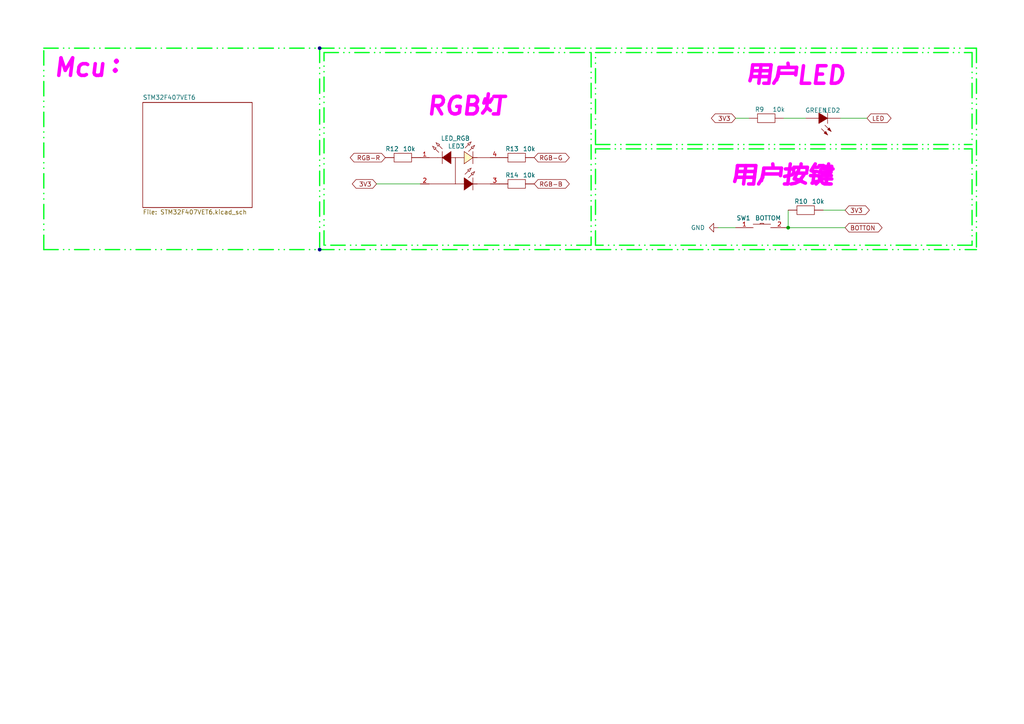
<source format=kicad_sch>
(kicad_sch (version 20231120) (generator "eeschema") (generator_version "8.0")
  (paper "A4")
  (title_block (title "MCU") (date "2025-01-24") (rev "Dennis_Re_Yoonjiho"))
  (lib_symbols
    (symbol "Ts_Foc_Vo符号库:BOTTOM" (pin_names (offset 1.016) hide)
      (property "Reference" "SW" (at -7.112 3.048 0))
      (property "Value" "BOTTOM" (at 2.794 3.048 0))
      (symbol "BOTTOM_1_1"
        (polyline (pts (xy -2.54 1.016) (xy 2.54 1.016)) (stroke (width 0.1524)))
        (polyline (pts (xy -0.508 1.016) (xy -0.508 1.27) (xy 0.508 1.27) (xy 0.508 1.016)) (stroke (width 0.1524)))
        (pin input line (at -7.62 0 0) (length 5.08) (name "1") (number "1"))
        (pin input line (at 7.62 0 180) (length 5.08) (name "2") (number "2"))
      )
    )
    (symbol "Ts_Foc_Vo符号库:LED" (pin_numbers hide) (pin_names (offset 1.016) hide)
      (property "Value" "LED" (at 3.302 0.254 0))
      (symbol "LED_1_1"
        (polyline (pts (xy -1.27 -0.508) (xy -1.27 -3.556)) (stroke (width 0.1524)))
        (polyline (pts (xy -0.508 0) (xy -2.286 1.778)) (stroke (width 0.1524)))
        (polyline (pts (xy 0.508 1.016) (xy -1.27 2.794)) (stroke (width 0.1524)))
        (polyline (pts (xy -2.286 1.778) (xy -1.27 1.27) (xy -1.778 0.762) (xy -2.286 1.778)) (stroke (width 0.1524)) (fill (type outline)))
        (polyline (pts (xy -1.27 2.794) (xy -0.254 2.286) (xy -0.762 1.778) (xy -1.27 2.794)) (stroke (width 0.1524)) (fill (type outline)))
        (polyline (pts (xy 1.27 -3.556) (xy -1.27 -2.032) (xy 1.27 -0.508) (xy 1.27 -3.556)) (stroke (width 0.1524)) (fill (type outline)))
        (pin input line (at -5.08 -2.032 0) (length 3.81) (name "K") (number "1"))
        (pin input line (at 5.08 -2.032 180) (length 3.81) (name "A") (number "2"))
      )
    )
    (symbol "Ts_Foc_Vo符号库:LED_RGB" (pin_names (offset 1.016) hide)
      (property "Reference" "LED" (at -2.032 5.334 0))
      (property "Value" "LED_RGB" (at -2.54 7.874 0))
      (symbol "LED_RGB_1_1"
        (polyline (pts (xy -7.62 2.54) (xy -10.16 2.54)) (stroke (width 0.1524)))
        (polyline (pts (xy -7.366 4.064) (xy -8.382 5.08)) (stroke (width 0.1524)) (fill (type outline)))
        (polyline (pts (xy -6.35 2.54) (xy -7.62 2.54)) (stroke (width 0.1524)))
        (polyline (pts (xy -6.35 4.318) (xy -6.35 0.762)) (stroke (width 0.1524)))
        (polyline (pts (xy -6.35 5.08) (xy -7.366 6.096)) (stroke (width 0.1524)) (fill (type outline)))
        (polyline (pts (xy -2.54 -5.08) (xy -10.16 -5.08)) (stroke (width 0.1524)))
        (polyline (pts (xy -2.54 2.54) (xy -3.81 2.54)) (stroke (width 0.1524)))
        (polyline (pts (xy -2.54 2.54) (xy 0 2.54)) (stroke (width 0.1524)))
        (polyline (pts (xy 0.254 -2.286) (xy 1.27 -1.27)) (stroke (width 0.1524)) (fill (type outline)))
        (polyline (pts (xy 0.254 5.334) (xy 1.27 6.35)) (stroke (width 0.1524)) (fill (type outline)))
        (polyline (pts (xy 1.27 -3.302) (xy 2.286 -2.286)) (stroke (width 0.1524)) (fill (type outline)))
        (polyline (pts (xy 1.27 4.318) (xy 2.286 5.334)) (stroke (width 0.1524)) (fill (type outline)))
        (polyline (pts (xy 2.54 -6.858) (xy 2.54 -3.302)) (stroke (width 0.1524)))
        (polyline (pts (xy 2.54 -5.08) (xy 3.81 -5.08)) (stroke (width 0.1524)))
        (polyline (pts (xy 2.54 -5.08) (xy 7.62 -5.08)) (stroke (width 0.1524)))
        (polyline (pts (xy 2.54 0.762) (xy 2.54 4.318)) (stroke (width 0.1524)))
        (polyline (pts (xy 2.54 2.54) (xy 3.81 2.54)) (stroke (width 0.1524)))
        (polyline (pts (xy 2.54 2.54) (xy 7.62 2.54)) (stroke (width 0.1524)))
        (polyline (pts (xy -2.54 2.54) (xy -2.54 -5.08) (xy 0 -5.08)) (stroke (width 0.1524)))
        (polyline (pts (xy -9.144 5.842) (xy -8.128 5.334) (xy -8.636 4.826) (xy -9.144 5.842)) (stroke (width 0.1524)))
        (polyline (pts (xy -8.128 6.858) (xy -7.112 6.35) (xy -7.62 5.842) (xy -8.128 6.858)) (stroke (width 0.1524)))
        (polyline (pts (xy -3.81 4.318) (xy -6.35 2.54) (xy -3.81 0.762) (xy -3.81 4.318)) (stroke (width 0.1524)) (fill (type outline)))
        (polyline (pts (xy 0 -6.858) (xy 2.54 -5.08) (xy 0 -3.302) (xy 0 -6.858)) (stroke (width 0.1524)) (fill (type outline)))
        (polyline (pts (xy 0 0.762) (xy 2.54 2.54) (xy 0 4.318) (xy 0 0.762)) (stroke (width 0.1524)) (fill (type background)))
        (polyline (pts (xy 2.032 -0.508) (xy 1.524 -1.524) (xy 1.016 -1.016) (xy 2.032 -0.508)) (stroke (width 0.1524)))
        (polyline (pts (xy 2.032 7.112) (xy 1.524 6.096) (xy 1.016 6.604) (xy 2.032 7.112)) (stroke (width 0.1524)))
        (polyline (pts (xy 3.048 -1.524) (xy 2.54 -2.54) (xy 2.032 -2.032) (xy 3.048 -1.524)) (stroke (width 0.1524)))
        (polyline (pts (xy 3.048 6.096) (xy 2.54 5.08) (xy 2.032 5.588) (xy 3.048 6.096)) (stroke (width 0.1524)))
        (pin input line (at -12.7 2.54 0) (length 2.54) (name "R-") (number "1"))
        (pin input line (at -12.7 -5.08 0) (length 2.54) (name "COM+") (number "2"))
        (pin input line (at 10.16 -5.08 180) (length 2.54) (name "B-") (number "3"))
        (pin input line (at 10.16 2.54 180) (length 2.54) (name "G-") (number "4"))
      )
    )
    (symbol "Ts_Foc_Vo符号库:RES" (pin_numbers hide) (pin_names (offset 1.016) hide)
      (property "Reference" "R" (at -2.286 2.032 0))
      (property "Value" "Value" (at 2.286 2.032 0))
      (symbol "RES_1_1"
        (rectangle (start -2.54 1.27) (end 2.54 -1.27) (stroke (width 0.1524)))
        (pin input line (at -5.08 0 0) (length 2.54) (name "1") (number "1"))
        (pin input line (at 5.08 0 180) (length 2.54) (name "2") (number "2"))
      )
    )
    (symbol "power:GND" (power) (pin_numbers hide) (pin_names (offset 0) hide)
      (property "Value" "GND" (at 0 -3.81 0))
      (symbol "GND_0_1"
        (polyline (pts (xy 0 0) (xy 0 -1.27) (xy 1.27 -1.27) (xy 0 -2.54) (xy -1.27 -1.27) (xy 0 -1.27)))
      )
      (symbol "GND_1_1"
        (pin power_in line (at 0 0 270) (length 0) (name "~") (number "1"))
      )
    )
  )
  (junction (at 92.71 13.97))
  (junction (at 92.71 72.39))
  (junction (at 228.6 66.04))
  (bus (pts (xy 283.21 13.97) (xy 283.21 72.39)) (stroke (width 0.381) (type dash_dot_dot) (color 0 255 30 1)))
  (bus (pts (xy 281.94 15.24) (xy 281.94 41.91)) (stroke (width 0.381) (type dash_dot_dot) (color 0 255 30 1)))
  (bus (pts (xy 171.45 71.12) (xy 93.98 71.12)) (stroke (width 0.381) (type dash_dot_dot) (color 0 255 30 1)))
  (bus (pts (xy 172.72 43.18) (xy 281.94 43.18)) (stroke (width 0.381) (type dash_dot_dot) (color 0 255 30 1)))
  (wire (pts (xy 227.33 34.29) (xy 233.68 34.29)))
  (bus (pts (xy 92.71 13.97) (xy 283.21 13.97)) (stroke (width 0.381) (type dash_dot_dot) (color 0 255 30 1)))
  (wire (pts (xy 251.46 34.29) (xy 243.84 34.29)))
  (bus (pts (xy 92.71 13.97) (xy 92.71 72.39)) (stroke (width 0.381) (type dash_dot_dot) (color 0 255 30 1)))
  (wire (pts (xy 228.6 66.04) (xy 245.11 66.04)))
  (wire (pts (xy 245.11 60.96) (xy 238.76 60.96)))
  (wire (pts (xy 228.6 66.04) (xy 228.6 60.96)))
  (bus (pts (xy 12.7 72.39) (xy 12.7 13.97)) (stroke (width 0.381) (type dash_dot_dot) (color 0 255 30 1)))
  (bus (pts (xy 92.71 72.39) (xy 283.21 72.39)) (stroke (width 0.381) (type dash_dot_dot) (color 0 255 30 1)))
  (bus (pts (xy 172.72 71.12) (xy 172.72 43.18)) (stroke (width 0.381) (type dash_dot_dot) (color 0 255 30 1)))
  (bus (pts (xy 172.72 41.91) (xy 281.94 41.91)) (stroke (width 0.381) (type dash_dot_dot) (color 0 255 30 1)))
  (wire (pts (xy 109.22 53.34) (xy 121.92 53.34)))
  (bus (pts (xy 93.98 15.24) (xy 171.45 15.24)) (stroke (width 0.381) (type dash_dot_dot) (color 0 255 30 1)))
  (bus (pts (xy 171.45 15.24) (xy 171.45 71.12)) (stroke (width 0.381) (type dash_dot_dot) (color 0 255 30 1)))
  (wire (pts (xy 213.36 34.29) (xy 217.17 34.29)))
  (bus (pts (xy 12.7 13.97) (xy 92.71 13.97)) (stroke (width 0.381) (type dash_dot_dot) (color 0 255 30 1)))
  (bus (pts (xy 12.7 72.39) (xy 92.71 72.39)) (stroke (width 0.381) (type dash_dot_dot) (color 0 255 30 1)))
  (bus (pts (xy 172.72 41.91) (xy 172.72 15.24)) (stroke (width 0.381) (type dash_dot_dot) (color 0 255 30 1)))
  (bus (pts (xy 172.72 15.24) (xy 281.94 15.24)) (stroke (width 0.381) (type dash_dot_dot) (color 0 255 30 1)))
  (bus (pts (xy 281.94 71.12) (xy 172.72 71.12)) (stroke (width 0.381) (type dash_dot_dot) (color 0 255 30 1)))
  (bus (pts (xy 93.98 71.12) (xy 93.98 15.24)) (stroke (width 0.381) (type dash_dot_dot) (color 0 255 30 1)))
  (bus (pts (xy 281.94 43.18) (xy 281.94 71.12)) (stroke (width 0.381) (type dash_dot_dot) (color 0 255 30 1)))
  (wire (pts (xy 208.28 66.04) (xy 213.36 66.04)))
  (text "用户按键" (exclude_from_sim yes) (at 226.822 51.308 0) (effects (font (size 5.08 5.08) (thickness 1.016) (bold yes) (italic yes))))
  (text "用户LED\n" (exclude_from_sim yes) (at 230.632 22.098 0) (effects (font (size 5.08 5.08) (thickness 1.016) (bold yes) (italic yes))))
  (text "Mcu：" (exclude_from_sim yes) (at 25.908 19.812 0) (effects (font (size 5.08 5.08) (thickness 1.016) (bold yes) (italic yes))))
  (text "RGB灯" (exclude_from_sim yes) (at 135.382 30.988 0) (effects (font (size 5.08 5.08) (thickness 1.016) (bold yes) (italic yes))))
  (global_label "LED" (shape bidirectional) (at 251.46 34.29 0) (property "Intersheetrefs" "${INTERSHEET_REFS}" (effects (hide yes))))
  (global_label "3V3" (shape bidirectional) (at 109.22 53.34 180) (property "Intersheetrefs" "${INTERSHEET_REFS}" (effects (hide yes))))
  (global_label "3V3" (shape bidirectional) (at 213.36 34.29 180) (property "Intersheetrefs" "${INTERSHEET_REFS}" (effects (hide yes))))
  (global_label "BOTTON" (shape bidirectional) (at 245.11 66.04 0) (property "Intersheetrefs" "${INTERSHEET_REFS}" (effects (hide yes))))
  (global_label "3V3" (shape bidirectional) (at 245.11 60.96 0) (property "Intersheetrefs" "${INTERSHEET_REFS}" (effects (hide yes))))
  (global_label "RGB-B" (shape bidirectional) (at 154.94 53.34 0) (property "Intersheetrefs" "${INTERSHEET_REFS}" (effects (hide yes))))
  (global_label "RGB-G" (shape bidirectional) (at 154.94 45.72 0) (property "Intersheetrefs" "${INTERSHEET_REFS}" (effects (hide yes))))
  (global_label "RGB-R" (shape bidirectional) (at 111.76 45.72 180) (property "Intersheetrefs" "${INTERSHEET_REFS}" (effects (hide yes))))
  (symbol (lib_id "Ts_Foc_Vo符号库:LED_RGB") (at 134.62 48.26 0) (unit 1)
    (property "Reference" "LED3" (at 132.334 42.418 0))
    (property "Value" "LED_RGB" (at 132.08 40.132 0))
    (property "Footprint" "Ts_Foc_Vo封装库:LED-RGB-SMD_4P" (effects (hide yes)))
    (property "SuppliersPartNumber" "C965840" (effects (hide yes)))
    (property "uuid" "std:da46b25babd24f169a00fa03821d5577" (effects (hide yes)))
  )
  (symbol (lib_id "Ts_Foc_Vo符号库:RES") (at 149.86 45.72 180) (unit 1)
    (property "Reference" "R13" (at 146.558 43.18 0) (effects (justify right)))
    (property "Value" "10k" (at 151.638 43.18 0) (effects (justify right)))
    (property "Footprint" "Ts_Foc_Vo封装库:Res_0402" (effects (hide yes)))
    (property "SuppliersPartNumber" "C5200633" (effects (hide yes)))
    (property "uuid" "std:0c78b8f437b74d4badbc2695159e48f2" (effects (hide yes)))
  )
  (symbol (lib_id "Ts_Foc_Vo符号库:RES") (at 233.68 60.96 180) (unit 1)
    (property "Reference" "R10" (at 230.378 58.42 0) (effects (justify right)))
    (property "Value" "10k" (at 235.458 58.42 0) (effects (justify right)))
    (property "Footprint" "Ts_Foc_Vo封装库:Res_0402" (effects (hide yes)))
    (property "SuppliersPartNumber" "C5200633" (effects (hide yes)))
    (property "uuid" "std:0c78b8f437b74d4badbc2695159e48f2" (effects (hide yes)))
  )
  (symbol (lib_id "Ts_Foc_Vo符号库:RES") (at 149.86 53.34 180) (unit 1)
    (property "Reference" "R14" (at 146.558 50.8 0) (effects (justify right)))
    (property "Value" "10k" (at 151.638 50.8 0) (effects (justify right)))
    (property "Footprint" "Ts_Foc_Vo封装库:Res_0402" (effects (hide yes)))
    (property "SuppliersPartNumber" "C5200633" (effects (hide yes)))
    (property "uuid" "std:0c78b8f437b74d4badbc2695159e48f2" (effects (hide yes)))
  )
  (symbol (lib_id "Ts_Foc_Vo符号库:RES") (at 116.84 45.72 180) (unit 1)
    (property "Reference" "R12" (at 111.76 43.18 0) (effects (justify right)))
    (property "Value" "10k" (at 116.84 43.18 0) (effects (justify right)))
    (property "Footprint" "Ts_Foc_Vo封装库:Res_0402" (effects (hide yes)))
    (property "SuppliersPartNumber" "C5200633" (effects (hide yes)))
    (property "uuid" "std:0c78b8f437b74d4badbc2695159e48f2" (effects (hide yes)))
  )
  (symbol (lib_id "Ts_Foc_Vo符号库:RES") (at 222.25 34.29 180) (unit 1)
    (property "Reference" "R9" (at 218.948 31.75 0) (effects (justify right)))
    (property "Value" "10k" (at 224.028 31.75 0) (effects (justify right)))
    (property "Footprint" "Ts_Foc_Vo封装库:Res_0402" (effects (hide yes)))
    (property "SuppliersPartNumber" "C5200633" (effects (hide yes)))
    (property "uuid" "std:0c78b8f437b74d4badbc2695159e48f2" (effects (hide yes)))
  )
  (symbol (lib_id "Ts_Foc_Vo符号库:LED") (at 238.76 36.322 180) (unit 1)
    (property "Reference" "LED2" (at 241.3 32.004 0))
    (property "Value" "GREEN" (at 236.728 32.004 0))
    (property "Footprint" "Ts_Foc_Vo封装库:LED_0603" (effects (hide yes)))
    (property "Datasheet" "http://www.szlcsc.com/product/details_90991.html" (effects (hide yes)))
    (property "SuppliersPartNumber" "C89809" (effects (hide yes)))
    (property "uuid" "std:41b2f7bc7ea198335b3b1186c040b70b" (effects (hide yes)))
  )
  (symbol (lib_id "Ts_Foc_Vo符号库:BOTTOM") (at 220.98 66.04 0) (unit 1)
    (property "Reference" "SW1" (at 215.646 63.246 0))
    (property "Value" "BOTTOM" (at 222.758 63.246 0))
    (property "Footprint" "Ts_Foc_Vo封装库:BOTTOM" (effects (hide yes)))
    (property "SuppliersPartNumber" "C318938" (effects (hide yes)))
    (property "uuid" "std:8710e6eb28c44416b37b2e373d35a96d" (effects (hide yes)))
  )
  (symbol (lib_id "power:GND") (at 208.28 66.04 270) (unit 1)
    (property "Reference" "#PWR017" (effects (hide yes)))
    (property "Value" "GND" (at 204.47 66.0399 90) (effects (justify right)))
    (property "Description" "Power symbol creates a global label with name \"GND\" , ground" (effects (hide yes)))
  )
  (sheet (at 41.402 29.718) (size 31.75 30.48) (stroke (width 0.1524))
    (property "Sheetname" "STM32F407VET6" (at 41.402 29.0064 0) (effects (justify left bottom)))
    (property "Sheetfile" "STM32F407VET6.kicad_sch" (at 41.402 60.7826 0) (effects (justify left top)))
  )
)
</source>
